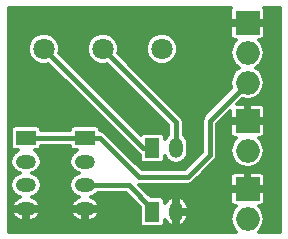
<source format=gbl>
G04 #@! TF.FileFunction,Copper,L2,Bot,Signal*
%FSLAX46Y46*%
G04 Gerber Fmt 4.6, Leading zero omitted, Abs format (unit mm)*
G04 Created by KiCad (PCBNEW 4.0.4-1.fc24-product) date Mon Jun  4 17:16:06 2018*
%MOMM*%
%LPD*%
G01*
G04 APERTURE LIST*
%ADD10C,0.100000*%
%ADD11O,1.998980X1.998980*%
%ADD12R,1.998980X1.998980*%
%ADD13C,1.800000*%
%ADD14R,1.200000X1.700000*%
%ADD15O,1.200000X1.700000*%
%ADD16R,1.700000X1.200000*%
%ADD17O,1.700000X1.200000*%
%ADD18C,0.400000*%
%ADD19C,0.300000*%
G04 APERTURE END LIST*
D10*
D11*
X149750000Y-93640000D03*
D12*
X149750000Y-91100000D03*
D11*
X149750000Y-87880000D03*
D12*
X149750000Y-82800000D03*
D11*
X149750000Y-85340000D03*
D13*
X142500000Y-85000000D03*
X137500000Y-85000000D03*
X132500000Y-85000000D03*
D14*
X141700000Y-98800000D03*
D15*
X143700000Y-98800000D03*
D14*
X141700000Y-93400000D03*
D15*
X143700000Y-93400000D03*
D11*
X149750000Y-99400000D03*
D12*
X149750000Y-96860000D03*
D16*
X131000000Y-92550000D03*
D17*
X131000000Y-94550000D03*
X131000000Y-96550000D03*
X131000000Y-98550000D03*
D16*
X136000000Y-92550000D03*
D17*
X136000000Y-94550000D03*
X136000000Y-96550000D03*
X136000000Y-98550000D03*
D18*
X141700000Y-98800000D02*
X141700000Y-98550000D01*
X141700000Y-98550000D02*
X139700000Y-96550000D01*
X139700000Y-96550000D02*
X136000000Y-96550000D01*
X146550000Y-94000000D02*
X146550000Y-91080000D01*
X146550000Y-91080000D02*
X149750000Y-87880000D01*
X136000000Y-92550000D02*
X137250000Y-92550000D01*
X137250000Y-92550000D02*
X140550000Y-95850000D01*
X140550000Y-95850000D02*
X144700000Y-95850000D01*
X144700000Y-95850000D02*
X146550000Y-94000000D01*
X131000000Y-92550000D02*
X132250000Y-92550000D01*
X132250000Y-92550000D02*
X136000000Y-92550000D01*
X141700000Y-93400000D02*
X140900000Y-93400000D01*
X140900000Y-93400000D02*
X132500000Y-85000000D01*
X137500000Y-85000000D02*
X143700000Y-91200000D01*
X143700000Y-91200000D02*
X143700000Y-93400000D01*
D19*
G36*
X148369019Y-81545605D02*
X148300510Y-81710999D01*
X148300510Y-82537500D01*
X148413010Y-82650000D01*
X149600000Y-82650000D01*
X149600000Y-82630000D01*
X149900000Y-82630000D01*
X149900000Y-82650000D01*
X151086990Y-82650000D01*
X151199490Y-82537500D01*
X151199490Y-81710999D01*
X151130981Y-81545605D01*
X151110376Y-81525000D01*
X152475000Y-81525000D01*
X152475000Y-100475000D01*
X150742529Y-100475000D01*
X150774944Y-100453341D01*
X151089154Y-99983093D01*
X151199490Y-99428397D01*
X151199490Y-99371603D01*
X151089154Y-98816907D01*
X150774944Y-98346659D01*
X150719317Y-98309490D01*
X150839000Y-98309490D01*
X151004394Y-98240982D01*
X151130981Y-98114395D01*
X151199490Y-97949001D01*
X151199490Y-97122500D01*
X151086990Y-97010000D01*
X149900000Y-97010000D01*
X149900000Y-97030000D01*
X149600000Y-97030000D01*
X149600000Y-97010000D01*
X148413010Y-97010000D01*
X148300510Y-97122500D01*
X148300510Y-97949001D01*
X148369019Y-98114395D01*
X148495606Y-98240982D01*
X148661000Y-98309490D01*
X148780683Y-98309490D01*
X148725056Y-98346659D01*
X148410846Y-98816907D01*
X148300510Y-99371603D01*
X148300510Y-99428397D01*
X148410846Y-99983093D01*
X148725056Y-100453341D01*
X148757471Y-100475000D01*
X129525000Y-100475000D01*
X129525000Y-98860725D01*
X129747030Y-98860725D01*
X129953560Y-99252255D01*
X130282927Y-99503583D01*
X130683401Y-99609737D01*
X130850000Y-99494608D01*
X130850000Y-98700000D01*
X131150000Y-98700000D01*
X131150000Y-99494608D01*
X131316599Y-99609737D01*
X131717073Y-99503583D01*
X132046440Y-99252255D01*
X132252970Y-98860725D01*
X134747030Y-98860725D01*
X134953560Y-99252255D01*
X135282927Y-99503583D01*
X135683401Y-99609737D01*
X135850000Y-99494608D01*
X135850000Y-98700000D01*
X136150000Y-98700000D01*
X136150000Y-99494608D01*
X136316599Y-99609737D01*
X136717073Y-99503583D01*
X137046440Y-99252255D01*
X137252970Y-98860725D01*
X137175422Y-98700000D01*
X136150000Y-98700000D01*
X135850000Y-98700000D01*
X134824578Y-98700000D01*
X134747030Y-98860725D01*
X132252970Y-98860725D01*
X132175422Y-98700000D01*
X131150000Y-98700000D01*
X130850000Y-98700000D01*
X129824578Y-98700000D01*
X129747030Y-98860725D01*
X129525000Y-98860725D01*
X129525000Y-94550000D01*
X129674531Y-94550000D01*
X129754457Y-94951818D01*
X129982069Y-95292462D01*
X130322713Y-95520074D01*
X130473162Y-95550000D01*
X130322713Y-95579926D01*
X129982069Y-95807538D01*
X129754457Y-96148182D01*
X129674531Y-96550000D01*
X129754457Y-96951818D01*
X129982069Y-97292462D01*
X130322713Y-97520074D01*
X130464522Y-97548281D01*
X130282927Y-97596417D01*
X129953560Y-97847745D01*
X129747030Y-98239275D01*
X129824578Y-98400000D01*
X130850000Y-98400000D01*
X130850000Y-98380000D01*
X131150000Y-98380000D01*
X131150000Y-98400000D01*
X132175422Y-98400000D01*
X132252970Y-98239275D01*
X132046440Y-97847745D01*
X131717073Y-97596417D01*
X131535478Y-97548281D01*
X131677287Y-97520074D01*
X132017931Y-97292462D01*
X132245543Y-96951818D01*
X132325469Y-96550000D01*
X132245543Y-96148182D01*
X132017931Y-95807538D01*
X131677287Y-95579926D01*
X131526838Y-95550000D01*
X131677287Y-95520074D01*
X132017931Y-95292462D01*
X132245543Y-94951818D01*
X132325469Y-94550000D01*
X132245543Y-94148182D01*
X132017931Y-93807538D01*
X131720524Y-93608816D01*
X131850000Y-93608816D01*
X132016760Y-93577438D01*
X132169919Y-93478883D01*
X132272668Y-93328505D01*
X132298691Y-93200000D01*
X134700592Y-93200000D01*
X134722562Y-93316760D01*
X134821117Y-93469919D01*
X134971495Y-93572668D01*
X135150000Y-93608816D01*
X135279476Y-93608816D01*
X134982069Y-93807538D01*
X134754457Y-94148182D01*
X134674531Y-94550000D01*
X134754457Y-94951818D01*
X134982069Y-95292462D01*
X135322713Y-95520074D01*
X135473162Y-95550000D01*
X135322713Y-95579926D01*
X134982069Y-95807538D01*
X134754457Y-96148182D01*
X134674531Y-96550000D01*
X134754457Y-96951818D01*
X134982069Y-97292462D01*
X135322713Y-97520074D01*
X135464522Y-97548281D01*
X135282927Y-97596417D01*
X134953560Y-97847745D01*
X134747030Y-98239275D01*
X134824578Y-98400000D01*
X135850000Y-98400000D01*
X135850000Y-98380000D01*
X136150000Y-98380000D01*
X136150000Y-98400000D01*
X137175422Y-98400000D01*
X137252970Y-98239275D01*
X137046440Y-97847745D01*
X136717073Y-97596417D01*
X136535478Y-97548281D01*
X136677287Y-97520074D01*
X137017931Y-97292462D01*
X137079712Y-97200000D01*
X139430762Y-97200000D01*
X140641184Y-98410422D01*
X140641184Y-99650000D01*
X140672562Y-99816760D01*
X140771117Y-99969919D01*
X140921495Y-100072668D01*
X141100000Y-100108816D01*
X142300000Y-100108816D01*
X142466760Y-100077438D01*
X142619919Y-99978883D01*
X142722668Y-99828505D01*
X142758816Y-99650000D01*
X142758816Y-99533322D01*
X142997745Y-99846440D01*
X143389275Y-100052970D01*
X143550000Y-99975422D01*
X143550000Y-98950000D01*
X143850000Y-98950000D01*
X143850000Y-99975422D01*
X144010725Y-100052970D01*
X144402255Y-99846440D01*
X144653583Y-99517073D01*
X144759737Y-99116599D01*
X144644608Y-98950000D01*
X143850000Y-98950000D01*
X143550000Y-98950000D01*
X143530000Y-98950000D01*
X143530000Y-98650000D01*
X143550000Y-98650000D01*
X143550000Y-97624578D01*
X143850000Y-97624578D01*
X143850000Y-98650000D01*
X144644608Y-98650000D01*
X144759737Y-98483401D01*
X144653583Y-98082927D01*
X144402255Y-97753560D01*
X144010725Y-97547030D01*
X143850000Y-97624578D01*
X143550000Y-97624578D01*
X143389275Y-97547030D01*
X142997745Y-97753560D01*
X142758816Y-98066678D01*
X142758816Y-97950000D01*
X142727438Y-97783240D01*
X142628883Y-97630081D01*
X142478505Y-97527332D01*
X142300000Y-97491184D01*
X141560422Y-97491184D01*
X140569238Y-96500000D01*
X144700000Y-96500000D01*
X144907476Y-96458731D01*
X144948745Y-96450522D01*
X145159619Y-96309619D01*
X145698239Y-95770999D01*
X148300510Y-95770999D01*
X148300510Y-96597500D01*
X148413010Y-96710000D01*
X149600000Y-96710000D01*
X149600000Y-95523010D01*
X149900000Y-95523010D01*
X149900000Y-96710000D01*
X151086990Y-96710000D01*
X151199490Y-96597500D01*
X151199490Y-95770999D01*
X151130981Y-95605605D01*
X151004394Y-95479018D01*
X150839000Y-95410510D01*
X150012500Y-95410510D01*
X149900000Y-95523010D01*
X149600000Y-95523010D01*
X149487500Y-95410510D01*
X148661000Y-95410510D01*
X148495606Y-95479018D01*
X148369019Y-95605605D01*
X148300510Y-95770999D01*
X145698239Y-95770999D01*
X147009619Y-94459619D01*
X147150522Y-94248745D01*
X147170525Y-94148182D01*
X147200000Y-94000000D01*
X147200000Y-91362500D01*
X148300510Y-91362500D01*
X148300510Y-92189001D01*
X148369019Y-92354395D01*
X148495606Y-92480982D01*
X148661000Y-92549490D01*
X148780683Y-92549490D01*
X148725056Y-92586659D01*
X148410846Y-93056907D01*
X148300510Y-93611603D01*
X148300510Y-93668397D01*
X148410846Y-94223093D01*
X148725056Y-94693341D01*
X149195304Y-95007551D01*
X149750000Y-95117887D01*
X150304696Y-95007551D01*
X150774944Y-94693341D01*
X151089154Y-94223093D01*
X151199490Y-93668397D01*
X151199490Y-93611603D01*
X151089154Y-93056907D01*
X150774944Y-92586659D01*
X150719317Y-92549490D01*
X150839000Y-92549490D01*
X151004394Y-92480982D01*
X151130981Y-92354395D01*
X151199490Y-92189001D01*
X151199490Y-91362500D01*
X151086990Y-91250000D01*
X149900000Y-91250000D01*
X149900000Y-91270000D01*
X149600000Y-91270000D01*
X149600000Y-91250000D01*
X148413010Y-91250000D01*
X148300510Y-91362500D01*
X147200000Y-91362500D01*
X147200000Y-91349238D01*
X148300510Y-90248728D01*
X148300510Y-90837500D01*
X148413010Y-90950000D01*
X149600000Y-90950000D01*
X149600000Y-89763010D01*
X149900000Y-89763010D01*
X149900000Y-90950000D01*
X151086990Y-90950000D01*
X151199490Y-90837500D01*
X151199490Y-90010999D01*
X151130981Y-89845605D01*
X151004394Y-89719018D01*
X150839000Y-89650510D01*
X150012500Y-89650510D01*
X149900000Y-89763010D01*
X149600000Y-89763010D01*
X149487500Y-89650510D01*
X148898729Y-89650510D01*
X149284038Y-89265201D01*
X149750000Y-89357887D01*
X150304696Y-89247551D01*
X150774944Y-88933341D01*
X151089154Y-88463093D01*
X151199490Y-87908397D01*
X151199490Y-87851603D01*
X151089154Y-87296907D01*
X150774944Y-86826659D01*
X150450691Y-86610000D01*
X150774944Y-86393341D01*
X151089154Y-85923093D01*
X151199490Y-85368397D01*
X151199490Y-85311603D01*
X151089154Y-84756907D01*
X150774944Y-84286659D01*
X150719317Y-84249490D01*
X150839000Y-84249490D01*
X151004394Y-84180982D01*
X151130981Y-84054395D01*
X151199490Y-83889001D01*
X151199490Y-83062500D01*
X151086990Y-82950000D01*
X149900000Y-82950000D01*
X149900000Y-82970000D01*
X149600000Y-82970000D01*
X149600000Y-82950000D01*
X148413010Y-82950000D01*
X148300510Y-83062500D01*
X148300510Y-83889001D01*
X148369019Y-84054395D01*
X148495606Y-84180982D01*
X148661000Y-84249490D01*
X148780683Y-84249490D01*
X148725056Y-84286659D01*
X148410846Y-84756907D01*
X148300510Y-85311603D01*
X148300510Y-85368397D01*
X148410846Y-85923093D01*
X148725056Y-86393341D01*
X149049309Y-86610000D01*
X148725056Y-86826659D01*
X148410846Y-87296907D01*
X148300510Y-87851603D01*
X148300510Y-87908397D01*
X148383773Y-88326988D01*
X146090381Y-90620381D01*
X145949478Y-90831255D01*
X145949478Y-90831256D01*
X145900000Y-91080000D01*
X145900000Y-93730762D01*
X144430762Y-95200000D01*
X140819239Y-95200000D01*
X137709619Y-92090381D01*
X137498745Y-91949478D01*
X137457476Y-91941269D01*
X137301329Y-91910210D01*
X137277438Y-91783240D01*
X137178883Y-91630081D01*
X137028505Y-91527332D01*
X136850000Y-91491184D01*
X135150000Y-91491184D01*
X134983240Y-91522562D01*
X134830081Y-91621117D01*
X134727332Y-91771495D01*
X134701309Y-91900000D01*
X132299408Y-91900000D01*
X132277438Y-91783240D01*
X132178883Y-91630081D01*
X132028505Y-91527332D01*
X131850000Y-91491184D01*
X130150000Y-91491184D01*
X129983240Y-91522562D01*
X129830081Y-91621117D01*
X129727332Y-91771495D01*
X129691184Y-91950000D01*
X129691184Y-93150000D01*
X129722562Y-93316760D01*
X129821117Y-93469919D01*
X129971495Y-93572668D01*
X130150000Y-93608816D01*
X130279476Y-93608816D01*
X129982069Y-93807538D01*
X129754457Y-94148182D01*
X129674531Y-94550000D01*
X129525000Y-94550000D01*
X129525000Y-85267353D01*
X131149766Y-85267353D01*
X131354858Y-85763715D01*
X131734288Y-86143807D01*
X132230290Y-86349765D01*
X132767353Y-86350234D01*
X132883150Y-86302388D01*
X140440381Y-93859619D01*
X140641184Y-93993793D01*
X140641184Y-94250000D01*
X140672562Y-94416760D01*
X140771117Y-94569919D01*
X140921495Y-94672668D01*
X141100000Y-94708816D01*
X142300000Y-94708816D01*
X142466760Y-94677438D01*
X142619919Y-94578883D01*
X142722668Y-94428505D01*
X142758816Y-94250000D01*
X142758816Y-94120524D01*
X142957538Y-94417931D01*
X143298182Y-94645543D01*
X143700000Y-94725469D01*
X144101818Y-94645543D01*
X144442462Y-94417931D01*
X144670074Y-94077287D01*
X144750000Y-93675469D01*
X144750000Y-93124531D01*
X144670074Y-92722713D01*
X144442462Y-92382069D01*
X144350000Y-92320288D01*
X144350000Y-91200000D01*
X144300522Y-90951256D01*
X144300522Y-90951255D01*
X144159619Y-90740381D01*
X138802581Y-85383343D01*
X138849765Y-85269710D01*
X138849767Y-85267353D01*
X141149766Y-85267353D01*
X141354858Y-85763715D01*
X141734288Y-86143807D01*
X142230290Y-86349765D01*
X142767353Y-86350234D01*
X143263715Y-86145142D01*
X143643807Y-85765712D01*
X143849765Y-85269710D01*
X143850234Y-84732647D01*
X143645142Y-84236285D01*
X143265712Y-83856193D01*
X142769710Y-83650235D01*
X142232647Y-83649766D01*
X141736285Y-83854858D01*
X141356193Y-84234288D01*
X141150235Y-84730290D01*
X141149766Y-85267353D01*
X138849767Y-85267353D01*
X138850234Y-84732647D01*
X138645142Y-84236285D01*
X138265712Y-83856193D01*
X137769710Y-83650235D01*
X137232647Y-83649766D01*
X136736285Y-83854858D01*
X136356193Y-84234288D01*
X136150235Y-84730290D01*
X136149766Y-85267353D01*
X136354858Y-85763715D01*
X136734288Y-86143807D01*
X137230290Y-86349765D01*
X137767353Y-86350234D01*
X137883150Y-86302388D01*
X143050000Y-91469238D01*
X143050000Y-92320288D01*
X142957538Y-92382069D01*
X142758816Y-92679476D01*
X142758816Y-92550000D01*
X142727438Y-92383240D01*
X142628883Y-92230081D01*
X142478505Y-92127332D01*
X142300000Y-92091184D01*
X141100000Y-92091184D01*
X140933240Y-92122562D01*
X140780081Y-92221117D01*
X140723364Y-92304126D01*
X133802581Y-85383343D01*
X133849765Y-85269710D01*
X133850234Y-84732647D01*
X133645142Y-84236285D01*
X133265712Y-83856193D01*
X132769710Y-83650235D01*
X132232647Y-83649766D01*
X131736285Y-83854858D01*
X131356193Y-84234288D01*
X131150235Y-84730290D01*
X131149766Y-85267353D01*
X129525000Y-85267353D01*
X129525000Y-81525000D01*
X148389624Y-81525000D01*
X148369019Y-81545605D01*
X148369019Y-81545605D01*
G37*
X148369019Y-81545605D02*
X148300510Y-81710999D01*
X148300510Y-82537500D01*
X148413010Y-82650000D01*
X149600000Y-82650000D01*
X149600000Y-82630000D01*
X149900000Y-82630000D01*
X149900000Y-82650000D01*
X151086990Y-82650000D01*
X151199490Y-82537500D01*
X151199490Y-81710999D01*
X151130981Y-81545605D01*
X151110376Y-81525000D01*
X152475000Y-81525000D01*
X152475000Y-100475000D01*
X150742529Y-100475000D01*
X150774944Y-100453341D01*
X151089154Y-99983093D01*
X151199490Y-99428397D01*
X151199490Y-99371603D01*
X151089154Y-98816907D01*
X150774944Y-98346659D01*
X150719317Y-98309490D01*
X150839000Y-98309490D01*
X151004394Y-98240982D01*
X151130981Y-98114395D01*
X151199490Y-97949001D01*
X151199490Y-97122500D01*
X151086990Y-97010000D01*
X149900000Y-97010000D01*
X149900000Y-97030000D01*
X149600000Y-97030000D01*
X149600000Y-97010000D01*
X148413010Y-97010000D01*
X148300510Y-97122500D01*
X148300510Y-97949001D01*
X148369019Y-98114395D01*
X148495606Y-98240982D01*
X148661000Y-98309490D01*
X148780683Y-98309490D01*
X148725056Y-98346659D01*
X148410846Y-98816907D01*
X148300510Y-99371603D01*
X148300510Y-99428397D01*
X148410846Y-99983093D01*
X148725056Y-100453341D01*
X148757471Y-100475000D01*
X129525000Y-100475000D01*
X129525000Y-98860725D01*
X129747030Y-98860725D01*
X129953560Y-99252255D01*
X130282927Y-99503583D01*
X130683401Y-99609737D01*
X130850000Y-99494608D01*
X130850000Y-98700000D01*
X131150000Y-98700000D01*
X131150000Y-99494608D01*
X131316599Y-99609737D01*
X131717073Y-99503583D01*
X132046440Y-99252255D01*
X132252970Y-98860725D01*
X134747030Y-98860725D01*
X134953560Y-99252255D01*
X135282927Y-99503583D01*
X135683401Y-99609737D01*
X135850000Y-99494608D01*
X135850000Y-98700000D01*
X136150000Y-98700000D01*
X136150000Y-99494608D01*
X136316599Y-99609737D01*
X136717073Y-99503583D01*
X137046440Y-99252255D01*
X137252970Y-98860725D01*
X137175422Y-98700000D01*
X136150000Y-98700000D01*
X135850000Y-98700000D01*
X134824578Y-98700000D01*
X134747030Y-98860725D01*
X132252970Y-98860725D01*
X132175422Y-98700000D01*
X131150000Y-98700000D01*
X130850000Y-98700000D01*
X129824578Y-98700000D01*
X129747030Y-98860725D01*
X129525000Y-98860725D01*
X129525000Y-94550000D01*
X129674531Y-94550000D01*
X129754457Y-94951818D01*
X129982069Y-95292462D01*
X130322713Y-95520074D01*
X130473162Y-95550000D01*
X130322713Y-95579926D01*
X129982069Y-95807538D01*
X129754457Y-96148182D01*
X129674531Y-96550000D01*
X129754457Y-96951818D01*
X129982069Y-97292462D01*
X130322713Y-97520074D01*
X130464522Y-97548281D01*
X130282927Y-97596417D01*
X129953560Y-97847745D01*
X129747030Y-98239275D01*
X129824578Y-98400000D01*
X130850000Y-98400000D01*
X130850000Y-98380000D01*
X131150000Y-98380000D01*
X131150000Y-98400000D01*
X132175422Y-98400000D01*
X132252970Y-98239275D01*
X132046440Y-97847745D01*
X131717073Y-97596417D01*
X131535478Y-97548281D01*
X131677287Y-97520074D01*
X132017931Y-97292462D01*
X132245543Y-96951818D01*
X132325469Y-96550000D01*
X132245543Y-96148182D01*
X132017931Y-95807538D01*
X131677287Y-95579926D01*
X131526838Y-95550000D01*
X131677287Y-95520074D01*
X132017931Y-95292462D01*
X132245543Y-94951818D01*
X132325469Y-94550000D01*
X132245543Y-94148182D01*
X132017931Y-93807538D01*
X131720524Y-93608816D01*
X131850000Y-93608816D01*
X132016760Y-93577438D01*
X132169919Y-93478883D01*
X132272668Y-93328505D01*
X132298691Y-93200000D01*
X134700592Y-93200000D01*
X134722562Y-93316760D01*
X134821117Y-93469919D01*
X134971495Y-93572668D01*
X135150000Y-93608816D01*
X135279476Y-93608816D01*
X134982069Y-93807538D01*
X134754457Y-94148182D01*
X134674531Y-94550000D01*
X134754457Y-94951818D01*
X134982069Y-95292462D01*
X135322713Y-95520074D01*
X135473162Y-95550000D01*
X135322713Y-95579926D01*
X134982069Y-95807538D01*
X134754457Y-96148182D01*
X134674531Y-96550000D01*
X134754457Y-96951818D01*
X134982069Y-97292462D01*
X135322713Y-97520074D01*
X135464522Y-97548281D01*
X135282927Y-97596417D01*
X134953560Y-97847745D01*
X134747030Y-98239275D01*
X134824578Y-98400000D01*
X135850000Y-98400000D01*
X135850000Y-98380000D01*
X136150000Y-98380000D01*
X136150000Y-98400000D01*
X137175422Y-98400000D01*
X137252970Y-98239275D01*
X137046440Y-97847745D01*
X136717073Y-97596417D01*
X136535478Y-97548281D01*
X136677287Y-97520074D01*
X137017931Y-97292462D01*
X137079712Y-97200000D01*
X139430762Y-97200000D01*
X140641184Y-98410422D01*
X140641184Y-99650000D01*
X140672562Y-99816760D01*
X140771117Y-99969919D01*
X140921495Y-100072668D01*
X141100000Y-100108816D01*
X142300000Y-100108816D01*
X142466760Y-100077438D01*
X142619919Y-99978883D01*
X142722668Y-99828505D01*
X142758816Y-99650000D01*
X142758816Y-99533322D01*
X142997745Y-99846440D01*
X143389275Y-100052970D01*
X143550000Y-99975422D01*
X143550000Y-98950000D01*
X143850000Y-98950000D01*
X143850000Y-99975422D01*
X144010725Y-100052970D01*
X144402255Y-99846440D01*
X144653583Y-99517073D01*
X144759737Y-99116599D01*
X144644608Y-98950000D01*
X143850000Y-98950000D01*
X143550000Y-98950000D01*
X143530000Y-98950000D01*
X143530000Y-98650000D01*
X143550000Y-98650000D01*
X143550000Y-97624578D01*
X143850000Y-97624578D01*
X143850000Y-98650000D01*
X144644608Y-98650000D01*
X144759737Y-98483401D01*
X144653583Y-98082927D01*
X144402255Y-97753560D01*
X144010725Y-97547030D01*
X143850000Y-97624578D01*
X143550000Y-97624578D01*
X143389275Y-97547030D01*
X142997745Y-97753560D01*
X142758816Y-98066678D01*
X142758816Y-97950000D01*
X142727438Y-97783240D01*
X142628883Y-97630081D01*
X142478505Y-97527332D01*
X142300000Y-97491184D01*
X141560422Y-97491184D01*
X140569238Y-96500000D01*
X144700000Y-96500000D01*
X144907476Y-96458731D01*
X144948745Y-96450522D01*
X145159619Y-96309619D01*
X145698239Y-95770999D01*
X148300510Y-95770999D01*
X148300510Y-96597500D01*
X148413010Y-96710000D01*
X149600000Y-96710000D01*
X149600000Y-95523010D01*
X149900000Y-95523010D01*
X149900000Y-96710000D01*
X151086990Y-96710000D01*
X151199490Y-96597500D01*
X151199490Y-95770999D01*
X151130981Y-95605605D01*
X151004394Y-95479018D01*
X150839000Y-95410510D01*
X150012500Y-95410510D01*
X149900000Y-95523010D01*
X149600000Y-95523010D01*
X149487500Y-95410510D01*
X148661000Y-95410510D01*
X148495606Y-95479018D01*
X148369019Y-95605605D01*
X148300510Y-95770999D01*
X145698239Y-95770999D01*
X147009619Y-94459619D01*
X147150522Y-94248745D01*
X147170525Y-94148182D01*
X147200000Y-94000000D01*
X147200000Y-91362500D01*
X148300510Y-91362500D01*
X148300510Y-92189001D01*
X148369019Y-92354395D01*
X148495606Y-92480982D01*
X148661000Y-92549490D01*
X148780683Y-92549490D01*
X148725056Y-92586659D01*
X148410846Y-93056907D01*
X148300510Y-93611603D01*
X148300510Y-93668397D01*
X148410846Y-94223093D01*
X148725056Y-94693341D01*
X149195304Y-95007551D01*
X149750000Y-95117887D01*
X150304696Y-95007551D01*
X150774944Y-94693341D01*
X151089154Y-94223093D01*
X151199490Y-93668397D01*
X151199490Y-93611603D01*
X151089154Y-93056907D01*
X150774944Y-92586659D01*
X150719317Y-92549490D01*
X150839000Y-92549490D01*
X151004394Y-92480982D01*
X151130981Y-92354395D01*
X151199490Y-92189001D01*
X151199490Y-91362500D01*
X151086990Y-91250000D01*
X149900000Y-91250000D01*
X149900000Y-91270000D01*
X149600000Y-91270000D01*
X149600000Y-91250000D01*
X148413010Y-91250000D01*
X148300510Y-91362500D01*
X147200000Y-91362500D01*
X147200000Y-91349238D01*
X148300510Y-90248728D01*
X148300510Y-90837500D01*
X148413010Y-90950000D01*
X149600000Y-90950000D01*
X149600000Y-89763010D01*
X149900000Y-89763010D01*
X149900000Y-90950000D01*
X151086990Y-90950000D01*
X151199490Y-90837500D01*
X151199490Y-90010999D01*
X151130981Y-89845605D01*
X151004394Y-89719018D01*
X150839000Y-89650510D01*
X150012500Y-89650510D01*
X149900000Y-89763010D01*
X149600000Y-89763010D01*
X149487500Y-89650510D01*
X148898729Y-89650510D01*
X149284038Y-89265201D01*
X149750000Y-89357887D01*
X150304696Y-89247551D01*
X150774944Y-88933341D01*
X151089154Y-88463093D01*
X151199490Y-87908397D01*
X151199490Y-87851603D01*
X151089154Y-87296907D01*
X150774944Y-86826659D01*
X150450691Y-86610000D01*
X150774944Y-86393341D01*
X151089154Y-85923093D01*
X151199490Y-85368397D01*
X151199490Y-85311603D01*
X151089154Y-84756907D01*
X150774944Y-84286659D01*
X150719317Y-84249490D01*
X150839000Y-84249490D01*
X151004394Y-84180982D01*
X151130981Y-84054395D01*
X151199490Y-83889001D01*
X151199490Y-83062500D01*
X151086990Y-82950000D01*
X149900000Y-82950000D01*
X149900000Y-82970000D01*
X149600000Y-82970000D01*
X149600000Y-82950000D01*
X148413010Y-82950000D01*
X148300510Y-83062500D01*
X148300510Y-83889001D01*
X148369019Y-84054395D01*
X148495606Y-84180982D01*
X148661000Y-84249490D01*
X148780683Y-84249490D01*
X148725056Y-84286659D01*
X148410846Y-84756907D01*
X148300510Y-85311603D01*
X148300510Y-85368397D01*
X148410846Y-85923093D01*
X148725056Y-86393341D01*
X149049309Y-86610000D01*
X148725056Y-86826659D01*
X148410846Y-87296907D01*
X148300510Y-87851603D01*
X148300510Y-87908397D01*
X148383773Y-88326988D01*
X146090381Y-90620381D01*
X145949478Y-90831255D01*
X145949478Y-90831256D01*
X145900000Y-91080000D01*
X145900000Y-93730762D01*
X144430762Y-95200000D01*
X140819239Y-95200000D01*
X137709619Y-92090381D01*
X137498745Y-91949478D01*
X137457476Y-91941269D01*
X137301329Y-91910210D01*
X137277438Y-91783240D01*
X137178883Y-91630081D01*
X137028505Y-91527332D01*
X136850000Y-91491184D01*
X135150000Y-91491184D01*
X134983240Y-91522562D01*
X134830081Y-91621117D01*
X134727332Y-91771495D01*
X134701309Y-91900000D01*
X132299408Y-91900000D01*
X132277438Y-91783240D01*
X132178883Y-91630081D01*
X132028505Y-91527332D01*
X131850000Y-91491184D01*
X130150000Y-91491184D01*
X129983240Y-91522562D01*
X129830081Y-91621117D01*
X129727332Y-91771495D01*
X129691184Y-91950000D01*
X129691184Y-93150000D01*
X129722562Y-93316760D01*
X129821117Y-93469919D01*
X129971495Y-93572668D01*
X130150000Y-93608816D01*
X130279476Y-93608816D01*
X129982069Y-93807538D01*
X129754457Y-94148182D01*
X129674531Y-94550000D01*
X129525000Y-94550000D01*
X129525000Y-85267353D01*
X131149766Y-85267353D01*
X131354858Y-85763715D01*
X131734288Y-86143807D01*
X132230290Y-86349765D01*
X132767353Y-86350234D01*
X132883150Y-86302388D01*
X140440381Y-93859619D01*
X140641184Y-93993793D01*
X140641184Y-94250000D01*
X140672562Y-94416760D01*
X140771117Y-94569919D01*
X140921495Y-94672668D01*
X141100000Y-94708816D01*
X142300000Y-94708816D01*
X142466760Y-94677438D01*
X142619919Y-94578883D01*
X142722668Y-94428505D01*
X142758816Y-94250000D01*
X142758816Y-94120524D01*
X142957538Y-94417931D01*
X143298182Y-94645543D01*
X143700000Y-94725469D01*
X144101818Y-94645543D01*
X144442462Y-94417931D01*
X144670074Y-94077287D01*
X144750000Y-93675469D01*
X144750000Y-93124531D01*
X144670074Y-92722713D01*
X144442462Y-92382069D01*
X144350000Y-92320288D01*
X144350000Y-91200000D01*
X144300522Y-90951256D01*
X144300522Y-90951255D01*
X144159619Y-90740381D01*
X138802581Y-85383343D01*
X138849765Y-85269710D01*
X138849767Y-85267353D01*
X141149766Y-85267353D01*
X141354858Y-85763715D01*
X141734288Y-86143807D01*
X142230290Y-86349765D01*
X142767353Y-86350234D01*
X143263715Y-86145142D01*
X143643807Y-85765712D01*
X143849765Y-85269710D01*
X143850234Y-84732647D01*
X143645142Y-84236285D01*
X143265712Y-83856193D01*
X142769710Y-83650235D01*
X142232647Y-83649766D01*
X141736285Y-83854858D01*
X141356193Y-84234288D01*
X141150235Y-84730290D01*
X141149766Y-85267353D01*
X138849767Y-85267353D01*
X138850234Y-84732647D01*
X138645142Y-84236285D01*
X138265712Y-83856193D01*
X137769710Y-83650235D01*
X137232647Y-83649766D01*
X136736285Y-83854858D01*
X136356193Y-84234288D01*
X136150235Y-84730290D01*
X136149766Y-85267353D01*
X136354858Y-85763715D01*
X136734288Y-86143807D01*
X137230290Y-86349765D01*
X137767353Y-86350234D01*
X137883150Y-86302388D01*
X143050000Y-91469238D01*
X143050000Y-92320288D01*
X142957538Y-92382069D01*
X142758816Y-92679476D01*
X142758816Y-92550000D01*
X142727438Y-92383240D01*
X142628883Y-92230081D01*
X142478505Y-92127332D01*
X142300000Y-92091184D01*
X141100000Y-92091184D01*
X140933240Y-92122562D01*
X140780081Y-92221117D01*
X140723364Y-92304126D01*
X133802581Y-85383343D01*
X133849765Y-85269710D01*
X133850234Y-84732647D01*
X133645142Y-84236285D01*
X133265712Y-83856193D01*
X132769710Y-83650235D01*
X132232647Y-83649766D01*
X131736285Y-83854858D01*
X131356193Y-84234288D01*
X131150235Y-84730290D01*
X131149766Y-85267353D01*
X129525000Y-85267353D01*
X129525000Y-81525000D01*
X148389624Y-81525000D01*
X148369019Y-81545605D01*
M02*

</source>
